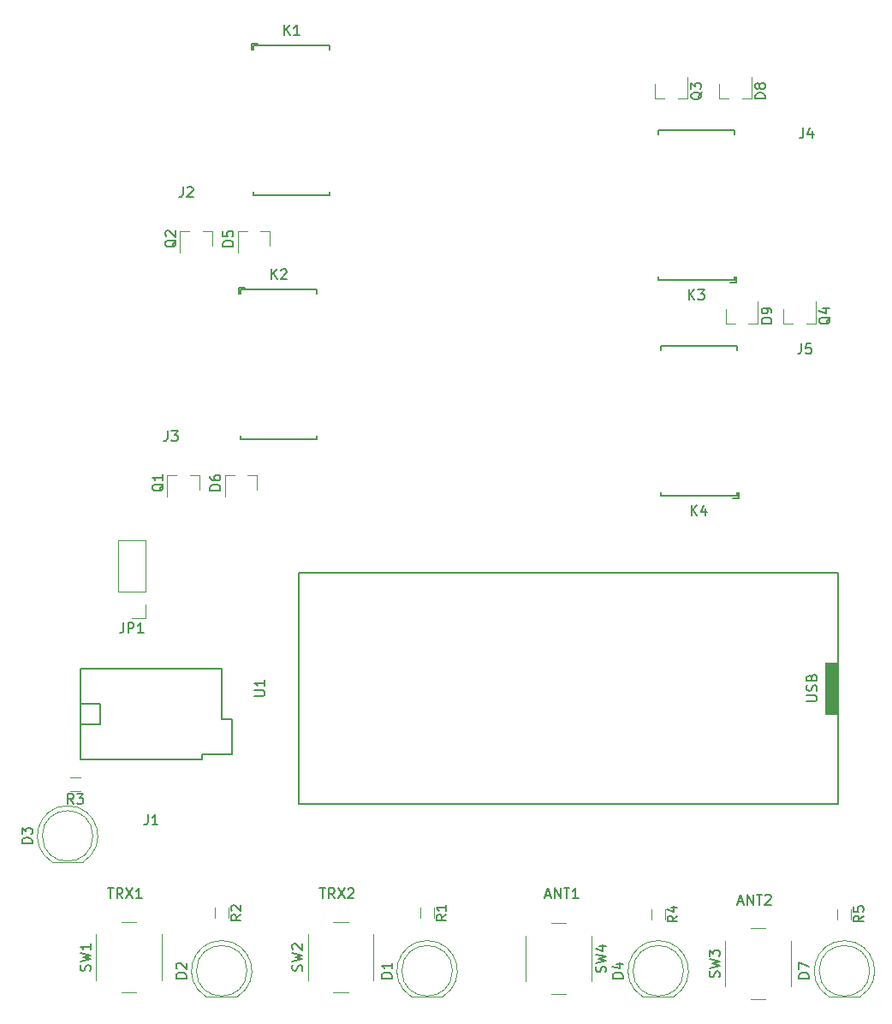
<source format=gbr>
%TF.GenerationSoftware,KiCad,Pcbnew,5.1.6*%
%TF.CreationDate,2020-08-05T12:52:58+02:00*%
%TF.ProjectId,AntSwitcher,416e7453-7769-4746-9368-65722e6b6963,rev?*%
%TF.SameCoordinates,Original*%
%TF.FileFunction,Legend,Top*%
%TF.FilePolarity,Positive*%
%FSLAX46Y46*%
G04 Gerber Fmt 4.6, Leading zero omitted, Abs format (unit mm)*
G04 Created by KiCad (PCBNEW 5.1.6) date 2020-08-05 12:52:58*
%MOMM*%
%LPD*%
G01*
G04 APERTURE LIST*
%ADD10C,0.150000*%
%ADD11C,0.120000*%
%ADD12C,0.100000*%
G04 APERTURE END LIST*
D10*
X138715952Y-148756666D02*
X139192142Y-148756666D01*
X138620714Y-149042380D02*
X138954047Y-148042380D01*
X139287380Y-149042380D01*
X139620714Y-149042380D02*
X139620714Y-148042380D01*
X140192142Y-149042380D01*
X140192142Y-148042380D01*
X140525476Y-148042380D02*
X141096904Y-148042380D01*
X140811190Y-149042380D02*
X140811190Y-148042380D01*
X141382619Y-148137619D02*
X141430238Y-148090000D01*
X141525476Y-148042380D01*
X141763571Y-148042380D01*
X141858809Y-148090000D01*
X141906428Y-148137619D01*
X141954047Y-148232857D01*
X141954047Y-148328095D01*
X141906428Y-148470952D01*
X141335000Y-149042380D01*
X141954047Y-149042380D01*
X119665952Y-148121666D02*
X120142142Y-148121666D01*
X119570714Y-148407380D02*
X119904047Y-147407380D01*
X120237380Y-148407380D01*
X120570714Y-148407380D02*
X120570714Y-147407380D01*
X121142142Y-148407380D01*
X121142142Y-147407380D01*
X121475476Y-147407380D02*
X122046904Y-147407380D01*
X121761190Y-148407380D02*
X121761190Y-147407380D01*
X122904047Y-148407380D02*
X122332619Y-148407380D01*
X122618333Y-148407380D02*
X122618333Y-147407380D01*
X122523095Y-147550238D01*
X122427857Y-147645476D01*
X122332619Y-147693095D01*
X76366904Y-147407380D02*
X76938333Y-147407380D01*
X76652619Y-148407380D02*
X76652619Y-147407380D01*
X77843095Y-148407380D02*
X77509761Y-147931190D01*
X77271666Y-148407380D02*
X77271666Y-147407380D01*
X77652619Y-147407380D01*
X77747857Y-147455000D01*
X77795476Y-147502619D01*
X77843095Y-147597857D01*
X77843095Y-147740714D01*
X77795476Y-147835952D01*
X77747857Y-147883571D01*
X77652619Y-147931190D01*
X77271666Y-147931190D01*
X78176428Y-147407380D02*
X78843095Y-148407380D01*
X78843095Y-147407380D02*
X78176428Y-148407380D01*
X79747857Y-148407380D02*
X79176428Y-148407380D01*
X79462142Y-148407380D02*
X79462142Y-147407380D01*
X79366904Y-147550238D01*
X79271666Y-147645476D01*
X79176428Y-147693095D01*
X97321904Y-147407380D02*
X97893333Y-147407380D01*
X97607619Y-148407380D02*
X97607619Y-147407380D01*
X98798095Y-148407380D02*
X98464761Y-147931190D01*
X98226666Y-148407380D02*
X98226666Y-147407380D01*
X98607619Y-147407380D01*
X98702857Y-147455000D01*
X98750476Y-147502619D01*
X98798095Y-147597857D01*
X98798095Y-147740714D01*
X98750476Y-147835952D01*
X98702857Y-147883571D01*
X98607619Y-147931190D01*
X98226666Y-147931190D01*
X99131428Y-147407380D02*
X99798095Y-148407380D01*
X99798095Y-147407380D02*
X99131428Y-148407380D01*
X100131428Y-147502619D02*
X100179047Y-147455000D01*
X100274285Y-147407380D01*
X100512380Y-147407380D01*
X100607619Y-147455000D01*
X100655238Y-147502619D01*
X100702857Y-147597857D01*
X100702857Y-147693095D01*
X100655238Y-147835952D01*
X100083809Y-148407380D01*
X100702857Y-148407380D01*
%TO.C,J1*%
X85645000Y-134175000D02*
X85645000Y-134675000D01*
X88645000Y-134175000D02*
X85645000Y-134175000D01*
X88645000Y-130675000D02*
X88645000Y-134175000D01*
X87645000Y-130675000D02*
X88645000Y-130675000D01*
X87645000Y-125675000D02*
X87645000Y-130675000D01*
X75645000Y-129175000D02*
X73645000Y-129175000D01*
X75645000Y-131175000D02*
X75645000Y-129175000D01*
X73645000Y-131175000D02*
X75645000Y-131175000D01*
X73645000Y-125675000D02*
X73645000Y-134675000D01*
X87645000Y-125675000D02*
X73645000Y-125675000D01*
X73645000Y-134675000D02*
X85645000Y-134675000D01*
D11*
%TO.C,D1*%
X106405000Y-158135000D02*
X109495000Y-158135000D01*
X110450000Y-155575000D02*
G75*
G03*
X110450000Y-155575000I-2500000J0D01*
G01*
X107950462Y-152585000D02*
G75*
G03*
X106405170Y-158135000I-462J-2990000D01*
G01*
X107949538Y-152585000D02*
G75*
G02*
X109494830Y-158135000I462J-2990000D01*
G01*
%TO.C,D2*%
X90130000Y-155575000D02*
G75*
G03*
X90130000Y-155575000I-2500000J0D01*
G01*
X86085000Y-158135000D02*
X89175000Y-158135000D01*
X87629538Y-152585000D02*
G75*
G02*
X89174830Y-158135000I462J-2990000D01*
G01*
X87630462Y-152585000D02*
G75*
G03*
X86085170Y-158135000I-462J-2990000D01*
G01*
%TO.C,D3*%
X74890000Y-142240000D02*
G75*
G03*
X74890000Y-142240000I-2500000J0D01*
G01*
X70845000Y-144800000D02*
X73935000Y-144800000D01*
X72389538Y-139250000D02*
G75*
G02*
X73934830Y-144800000I462J-2990000D01*
G01*
X72390462Y-139250000D02*
G75*
G03*
X70845170Y-144800000I-462J-2990000D01*
G01*
%TO.C,D4*%
X129265000Y-158135000D02*
X132355000Y-158135000D01*
X133310000Y-155575000D02*
G75*
G03*
X133310000Y-155575000I-2500000J0D01*
G01*
X130810462Y-152585000D02*
G75*
G03*
X129265170Y-158135000I-462J-2990000D01*
G01*
X130809538Y-152585000D02*
G75*
G02*
X132354830Y-158135000I462J-2990000D01*
G01*
%TO.C,D5*%
X92385000Y-82425000D02*
X91455000Y-82425000D01*
X89225000Y-82425000D02*
X90155000Y-82425000D01*
X89225000Y-82425000D02*
X89225000Y-84585000D01*
X92385000Y-82425000D02*
X92385000Y-83885000D01*
%TO.C,D6*%
X91115000Y-106555000D02*
X91115000Y-108015000D01*
X87955000Y-106555000D02*
X87955000Y-108715000D01*
X87955000Y-106555000D02*
X88885000Y-106555000D01*
X91115000Y-106555000D02*
X90185000Y-106555000D01*
%TO.C,D7*%
X151725000Y-155575000D02*
G75*
G03*
X151725000Y-155575000I-2500000J0D01*
G01*
X147680000Y-158135000D02*
X150770000Y-158135000D01*
X149224538Y-152585000D02*
G75*
G02*
X150769830Y-158135000I462J-2990000D01*
G01*
X149225462Y-152585000D02*
G75*
G03*
X147680170Y-158135000I-462J-2990000D01*
G01*
%TO.C,D8*%
X136850000Y-69340000D02*
X136850000Y-67880000D01*
X140010000Y-69340000D02*
X140010000Y-67180000D01*
X140010000Y-69340000D02*
X139080000Y-69340000D01*
X136850000Y-69340000D02*
X137780000Y-69340000D01*
%TO.C,D9*%
X137485000Y-91565000D02*
X138415000Y-91565000D01*
X140645000Y-91565000D02*
X139715000Y-91565000D01*
X140645000Y-91565000D02*
X140645000Y-89405000D01*
X137485000Y-91565000D02*
X137485000Y-90105000D01*
%TO.C,JP1*%
X80070000Y-112970000D02*
X77410000Y-112970000D01*
X80070000Y-118110000D02*
X80070000Y-112970000D01*
X77410000Y-118110000D02*
X77410000Y-112970000D01*
X80070000Y-118110000D02*
X77410000Y-118110000D01*
X80070000Y-119380000D02*
X80070000Y-120710000D01*
X80070000Y-120710000D02*
X78740000Y-120710000D01*
D10*
%TO.C,K1*%
X91088000Y-63901000D02*
X91188000Y-63901000D01*
X98288000Y-78601000D02*
X98288000Y-78501000D01*
X90788000Y-78901000D02*
X90788000Y-78501000D01*
X98288000Y-78901000D02*
X90788000Y-78901000D01*
X98288000Y-78601000D02*
X98288000Y-78901000D01*
X90588000Y-63901000D02*
X91088000Y-63901000D01*
X90588000Y-64501000D02*
X90588000Y-63901000D01*
X90788000Y-64101000D02*
X90788000Y-64501000D01*
X98288000Y-64101000D02*
X90788000Y-64101000D01*
X98288000Y-64501000D02*
X98288000Y-64101000D01*
%TO.C,K2*%
X89818000Y-88031000D02*
X89918000Y-88031000D01*
X97018000Y-102731000D02*
X97018000Y-102631000D01*
X89518000Y-103031000D02*
X89518000Y-102631000D01*
X97018000Y-103031000D02*
X89518000Y-103031000D01*
X97018000Y-102731000D02*
X97018000Y-103031000D01*
X89318000Y-88031000D02*
X89818000Y-88031000D01*
X89318000Y-88631000D02*
X89318000Y-88031000D01*
X89518000Y-88231000D02*
X89518000Y-88631000D01*
X97018000Y-88231000D02*
X89518000Y-88231000D01*
X97018000Y-88631000D02*
X97018000Y-88231000D01*
%TO.C,K3*%
X130820000Y-86883000D02*
X130820000Y-87283000D01*
X130820000Y-87283000D02*
X138320000Y-87283000D01*
X138320000Y-87283000D02*
X138320000Y-86883000D01*
X138520000Y-86883000D02*
X138520000Y-87483000D01*
X138520000Y-87483000D02*
X138020000Y-87483000D01*
X130820000Y-72783000D02*
X130820000Y-72483000D01*
X130820000Y-72483000D02*
X138320000Y-72483000D01*
X138320000Y-72483000D02*
X138320000Y-72883000D01*
X130820000Y-72783000D02*
X130820000Y-72883000D01*
X138020000Y-87483000D02*
X137920000Y-87483000D01*
%TO.C,K4*%
X131074000Y-108219000D02*
X131074000Y-108619000D01*
X131074000Y-108619000D02*
X138574000Y-108619000D01*
X138574000Y-108619000D02*
X138574000Y-108219000D01*
X138774000Y-108219000D02*
X138774000Y-108819000D01*
X138774000Y-108819000D02*
X138274000Y-108819000D01*
X131074000Y-94119000D02*
X131074000Y-93819000D01*
X131074000Y-93819000D02*
X138574000Y-93819000D01*
X138574000Y-93819000D02*
X138574000Y-94219000D01*
X131074000Y-94119000D02*
X131074000Y-94219000D01*
X138274000Y-108819000D02*
X138174000Y-108819000D01*
D11*
%TO.C,Q1*%
X85400000Y-106555000D02*
X85400000Y-108015000D01*
X82240000Y-106555000D02*
X82240000Y-108715000D01*
X82240000Y-106555000D02*
X83170000Y-106555000D01*
X85400000Y-106555000D02*
X84470000Y-106555000D01*
%TO.C,Q2*%
X86670000Y-82425000D02*
X85740000Y-82425000D01*
X83510000Y-82425000D02*
X84440000Y-82425000D01*
X83510000Y-82425000D02*
X83510000Y-84585000D01*
X86670000Y-82425000D02*
X86670000Y-83885000D01*
%TO.C,Q3*%
X130500000Y-69340000D02*
X130500000Y-67880000D01*
X133660000Y-69340000D02*
X133660000Y-67180000D01*
X133660000Y-69340000D02*
X132730000Y-69340000D01*
X130500000Y-69340000D02*
X131430000Y-69340000D01*
%TO.C,Q4*%
X143200000Y-91565000D02*
X144130000Y-91565000D01*
X146360000Y-91565000D02*
X145430000Y-91565000D01*
X146360000Y-91565000D02*
X146360000Y-89405000D01*
X143200000Y-91565000D02*
X143200000Y-90105000D01*
%TO.C,R1*%
X107270000Y-150360000D02*
X107270000Y-149360000D01*
X108630000Y-149360000D02*
X108630000Y-150360000D01*
%TO.C,R2*%
X88310000Y-149360000D02*
X88310000Y-150360000D01*
X86950000Y-150360000D02*
X86950000Y-149360000D01*
%TO.C,R3*%
X73640000Y-137840000D02*
X72640000Y-137840000D01*
X72640000Y-136480000D02*
X73640000Y-136480000D01*
%TO.C,R4*%
X130130000Y-150475000D02*
X130130000Y-149475000D01*
X131490000Y-149475000D02*
X131490000Y-150475000D01*
%TO.C,R5*%
X148545000Y-150475000D02*
X148545000Y-149475000D01*
X149905000Y-149475000D02*
X149905000Y-150475000D01*
%TO.C,SW1*%
X81700000Y-156480000D02*
X81700000Y-151980000D01*
X77700000Y-157730000D02*
X79200000Y-157730000D01*
X75200000Y-151980000D02*
X75200000Y-156480000D01*
X79200000Y-150730000D02*
X77700000Y-150730000D01*
%TO.C,SW2*%
X100155000Y-150730000D02*
X98655000Y-150730000D01*
X96155000Y-151980000D02*
X96155000Y-156480000D01*
X98655000Y-157730000D02*
X100155000Y-157730000D01*
X102655000Y-156480000D02*
X102655000Y-151980000D01*
%TO.C,SW3*%
X141430000Y-151365000D02*
X139930000Y-151365000D01*
X137430000Y-152615000D02*
X137430000Y-157115000D01*
X139930000Y-158365000D02*
X141430000Y-158365000D01*
X143930000Y-157115000D02*
X143930000Y-152615000D01*
%TO.C,SW4*%
X117690000Y-152130000D02*
X117690000Y-156630000D01*
X121690000Y-150880000D02*
X120190000Y-150880000D01*
X124190000Y-156630000D02*
X124190000Y-152130000D01*
X120190000Y-157880000D02*
X121690000Y-157880000D01*
D10*
%TO.C,U1*%
X95250000Y-139065000D02*
X95250000Y-116205000D01*
X95250000Y-116205000D02*
X148590000Y-116205000D01*
X148590000Y-116205000D02*
X148590000Y-139065000D01*
X148590000Y-139065000D02*
X95250000Y-139065000D01*
D12*
G36*
X148590000Y-125095000D02*
G01*
X148590000Y-130175000D01*
X147320000Y-130175000D01*
X147320000Y-125095000D01*
X148590000Y-125095000D01*
G37*
X148590000Y-125095000D02*
X148590000Y-130175000D01*
X147320000Y-130175000D01*
X147320000Y-125095000D01*
X148590000Y-125095000D01*
%TO.C,J1*%
D10*
X80311666Y-140127380D02*
X80311666Y-140841666D01*
X80264047Y-140984523D01*
X80168809Y-141079761D01*
X80025952Y-141127380D01*
X79930714Y-141127380D01*
X81311666Y-141127380D02*
X80740238Y-141127380D01*
X81025952Y-141127380D02*
X81025952Y-140127380D01*
X80930714Y-140270238D01*
X80835476Y-140365476D01*
X80740238Y-140413095D01*
%TO.C,D1*%
X104442380Y-156313095D02*
X103442380Y-156313095D01*
X103442380Y-156075000D01*
X103490000Y-155932142D01*
X103585238Y-155836904D01*
X103680476Y-155789285D01*
X103870952Y-155741666D01*
X104013809Y-155741666D01*
X104204285Y-155789285D01*
X104299523Y-155836904D01*
X104394761Y-155932142D01*
X104442380Y-156075000D01*
X104442380Y-156313095D01*
X104442380Y-154789285D02*
X104442380Y-155360714D01*
X104442380Y-155075000D02*
X103442380Y-155075000D01*
X103585238Y-155170238D01*
X103680476Y-155265476D01*
X103728095Y-155360714D01*
%TO.C,D2*%
X84122380Y-156313095D02*
X83122380Y-156313095D01*
X83122380Y-156075000D01*
X83170000Y-155932142D01*
X83265238Y-155836904D01*
X83360476Y-155789285D01*
X83550952Y-155741666D01*
X83693809Y-155741666D01*
X83884285Y-155789285D01*
X83979523Y-155836904D01*
X84074761Y-155932142D01*
X84122380Y-156075000D01*
X84122380Y-156313095D01*
X83217619Y-155360714D02*
X83170000Y-155313095D01*
X83122380Y-155217857D01*
X83122380Y-154979761D01*
X83170000Y-154884523D01*
X83217619Y-154836904D01*
X83312857Y-154789285D01*
X83408095Y-154789285D01*
X83550952Y-154836904D01*
X84122380Y-155408333D01*
X84122380Y-154789285D01*
%TO.C,D3*%
X68882380Y-142978095D02*
X67882380Y-142978095D01*
X67882380Y-142740000D01*
X67930000Y-142597142D01*
X68025238Y-142501904D01*
X68120476Y-142454285D01*
X68310952Y-142406666D01*
X68453809Y-142406666D01*
X68644285Y-142454285D01*
X68739523Y-142501904D01*
X68834761Y-142597142D01*
X68882380Y-142740000D01*
X68882380Y-142978095D01*
X67882380Y-142073333D02*
X67882380Y-141454285D01*
X68263333Y-141787619D01*
X68263333Y-141644761D01*
X68310952Y-141549523D01*
X68358571Y-141501904D01*
X68453809Y-141454285D01*
X68691904Y-141454285D01*
X68787142Y-141501904D01*
X68834761Y-141549523D01*
X68882380Y-141644761D01*
X68882380Y-141930476D01*
X68834761Y-142025714D01*
X68787142Y-142073333D01*
%TO.C,D4*%
X127302380Y-156313095D02*
X126302380Y-156313095D01*
X126302380Y-156075000D01*
X126350000Y-155932142D01*
X126445238Y-155836904D01*
X126540476Y-155789285D01*
X126730952Y-155741666D01*
X126873809Y-155741666D01*
X127064285Y-155789285D01*
X127159523Y-155836904D01*
X127254761Y-155932142D01*
X127302380Y-156075000D01*
X127302380Y-156313095D01*
X126635714Y-154884523D02*
X127302380Y-154884523D01*
X126254761Y-155122619D02*
X126969047Y-155360714D01*
X126969047Y-154741666D01*
%TO.C,D5*%
X88757380Y-83923095D02*
X87757380Y-83923095D01*
X87757380Y-83685000D01*
X87805000Y-83542142D01*
X87900238Y-83446904D01*
X87995476Y-83399285D01*
X88185952Y-83351666D01*
X88328809Y-83351666D01*
X88519285Y-83399285D01*
X88614523Y-83446904D01*
X88709761Y-83542142D01*
X88757380Y-83685000D01*
X88757380Y-83923095D01*
X87757380Y-82446904D02*
X87757380Y-82923095D01*
X88233571Y-82970714D01*
X88185952Y-82923095D01*
X88138333Y-82827857D01*
X88138333Y-82589761D01*
X88185952Y-82494523D01*
X88233571Y-82446904D01*
X88328809Y-82399285D01*
X88566904Y-82399285D01*
X88662142Y-82446904D01*
X88709761Y-82494523D01*
X88757380Y-82589761D01*
X88757380Y-82827857D01*
X88709761Y-82923095D01*
X88662142Y-82970714D01*
%TO.C,D6*%
X87487380Y-108053095D02*
X86487380Y-108053095D01*
X86487380Y-107815000D01*
X86535000Y-107672142D01*
X86630238Y-107576904D01*
X86725476Y-107529285D01*
X86915952Y-107481666D01*
X87058809Y-107481666D01*
X87249285Y-107529285D01*
X87344523Y-107576904D01*
X87439761Y-107672142D01*
X87487380Y-107815000D01*
X87487380Y-108053095D01*
X86487380Y-106624523D02*
X86487380Y-106815000D01*
X86535000Y-106910238D01*
X86582619Y-106957857D01*
X86725476Y-107053095D01*
X86915952Y-107100714D01*
X87296904Y-107100714D01*
X87392142Y-107053095D01*
X87439761Y-107005476D01*
X87487380Y-106910238D01*
X87487380Y-106719761D01*
X87439761Y-106624523D01*
X87392142Y-106576904D01*
X87296904Y-106529285D01*
X87058809Y-106529285D01*
X86963571Y-106576904D01*
X86915952Y-106624523D01*
X86868333Y-106719761D01*
X86868333Y-106910238D01*
X86915952Y-107005476D01*
X86963571Y-107053095D01*
X87058809Y-107100714D01*
%TO.C,D7*%
X145717380Y-156313095D02*
X144717380Y-156313095D01*
X144717380Y-156075000D01*
X144765000Y-155932142D01*
X144860238Y-155836904D01*
X144955476Y-155789285D01*
X145145952Y-155741666D01*
X145288809Y-155741666D01*
X145479285Y-155789285D01*
X145574523Y-155836904D01*
X145669761Y-155932142D01*
X145717380Y-156075000D01*
X145717380Y-156313095D01*
X144717380Y-155408333D02*
X144717380Y-154741666D01*
X145717380Y-155170238D01*
%TO.C,D8*%
X141382380Y-69318095D02*
X140382380Y-69318095D01*
X140382380Y-69080000D01*
X140430000Y-68937142D01*
X140525238Y-68841904D01*
X140620476Y-68794285D01*
X140810952Y-68746666D01*
X140953809Y-68746666D01*
X141144285Y-68794285D01*
X141239523Y-68841904D01*
X141334761Y-68937142D01*
X141382380Y-69080000D01*
X141382380Y-69318095D01*
X140810952Y-68175238D02*
X140763333Y-68270476D01*
X140715714Y-68318095D01*
X140620476Y-68365714D01*
X140572857Y-68365714D01*
X140477619Y-68318095D01*
X140430000Y-68270476D01*
X140382380Y-68175238D01*
X140382380Y-67984761D01*
X140430000Y-67889523D01*
X140477619Y-67841904D01*
X140572857Y-67794285D01*
X140620476Y-67794285D01*
X140715714Y-67841904D01*
X140763333Y-67889523D01*
X140810952Y-67984761D01*
X140810952Y-68175238D01*
X140858571Y-68270476D01*
X140906190Y-68318095D01*
X141001428Y-68365714D01*
X141191904Y-68365714D01*
X141287142Y-68318095D01*
X141334761Y-68270476D01*
X141382380Y-68175238D01*
X141382380Y-67984761D01*
X141334761Y-67889523D01*
X141287142Y-67841904D01*
X141191904Y-67794285D01*
X141001428Y-67794285D01*
X140906190Y-67841904D01*
X140858571Y-67889523D01*
X140810952Y-67984761D01*
%TO.C,D9*%
X142017380Y-91543095D02*
X141017380Y-91543095D01*
X141017380Y-91305000D01*
X141065000Y-91162142D01*
X141160238Y-91066904D01*
X141255476Y-91019285D01*
X141445952Y-90971666D01*
X141588809Y-90971666D01*
X141779285Y-91019285D01*
X141874523Y-91066904D01*
X141969761Y-91162142D01*
X142017380Y-91305000D01*
X142017380Y-91543095D01*
X142017380Y-90495476D02*
X142017380Y-90305000D01*
X141969761Y-90209761D01*
X141922142Y-90162142D01*
X141779285Y-90066904D01*
X141588809Y-90019285D01*
X141207857Y-90019285D01*
X141112619Y-90066904D01*
X141065000Y-90114523D01*
X141017380Y-90209761D01*
X141017380Y-90400238D01*
X141065000Y-90495476D01*
X141112619Y-90543095D01*
X141207857Y-90590714D01*
X141445952Y-90590714D01*
X141541190Y-90543095D01*
X141588809Y-90495476D01*
X141636428Y-90400238D01*
X141636428Y-90209761D01*
X141588809Y-90114523D01*
X141541190Y-90066904D01*
X141445952Y-90019285D01*
%TO.C,J2*%
X83798666Y-78063380D02*
X83798666Y-78777666D01*
X83751047Y-78920523D01*
X83655809Y-79015761D01*
X83512952Y-79063380D01*
X83417714Y-79063380D01*
X84227238Y-78158619D02*
X84274857Y-78111000D01*
X84370095Y-78063380D01*
X84608190Y-78063380D01*
X84703428Y-78111000D01*
X84751047Y-78158619D01*
X84798666Y-78253857D01*
X84798666Y-78349095D01*
X84751047Y-78491952D01*
X84179619Y-79063380D01*
X84798666Y-79063380D01*
%TO.C,J3*%
X82274666Y-102193380D02*
X82274666Y-102907666D01*
X82227047Y-103050523D01*
X82131809Y-103145761D01*
X81988952Y-103193380D01*
X81893714Y-103193380D01*
X82655619Y-102193380D02*
X83274666Y-102193380D01*
X82941333Y-102574333D01*
X83084190Y-102574333D01*
X83179428Y-102621952D01*
X83227047Y-102669571D01*
X83274666Y-102764809D01*
X83274666Y-103002904D01*
X83227047Y-103098142D01*
X83179428Y-103145761D01*
X83084190Y-103193380D01*
X82798476Y-103193380D01*
X82703238Y-103145761D01*
X82655619Y-103098142D01*
%TO.C,J4*%
X145150666Y-72225380D02*
X145150666Y-72939666D01*
X145103047Y-73082523D01*
X145007809Y-73177761D01*
X144864952Y-73225380D01*
X144769714Y-73225380D01*
X146055428Y-72558714D02*
X146055428Y-73225380D01*
X145817333Y-72177761D02*
X145579238Y-72892047D01*
X146198285Y-72892047D01*
%TO.C,J5*%
X144954666Y-93561380D02*
X144954666Y-94275666D01*
X144907047Y-94418523D01*
X144811809Y-94513761D01*
X144668952Y-94561380D01*
X144573714Y-94561380D01*
X145907047Y-93561380D02*
X145430857Y-93561380D01*
X145383238Y-94037571D01*
X145430857Y-93989952D01*
X145526095Y-93942333D01*
X145764190Y-93942333D01*
X145859428Y-93989952D01*
X145907047Y-94037571D01*
X145954666Y-94132809D01*
X145954666Y-94370904D01*
X145907047Y-94466142D01*
X145859428Y-94513761D01*
X145764190Y-94561380D01*
X145526095Y-94561380D01*
X145430857Y-94513761D01*
X145383238Y-94466142D01*
%TO.C,JP1*%
X77906666Y-121162380D02*
X77906666Y-121876666D01*
X77859047Y-122019523D01*
X77763809Y-122114761D01*
X77620952Y-122162380D01*
X77525714Y-122162380D01*
X78382857Y-122162380D02*
X78382857Y-121162380D01*
X78763809Y-121162380D01*
X78859047Y-121210000D01*
X78906666Y-121257619D01*
X78954285Y-121352857D01*
X78954285Y-121495714D01*
X78906666Y-121590952D01*
X78859047Y-121638571D01*
X78763809Y-121686190D01*
X78382857Y-121686190D01*
X79906666Y-122162380D02*
X79335238Y-122162380D01*
X79620952Y-122162380D02*
X79620952Y-121162380D01*
X79525714Y-121305238D01*
X79430476Y-121400476D01*
X79335238Y-121448095D01*
%TO.C,K1*%
X93809904Y-63063380D02*
X93809904Y-62063380D01*
X94381333Y-63063380D02*
X93952761Y-62491952D01*
X94381333Y-62063380D02*
X93809904Y-62634809D01*
X95333714Y-63063380D02*
X94762285Y-63063380D01*
X95048000Y-63063380D02*
X95048000Y-62063380D01*
X94952761Y-62206238D01*
X94857523Y-62301476D01*
X94762285Y-62349095D01*
%TO.C,K2*%
X92539904Y-87193380D02*
X92539904Y-86193380D01*
X93111333Y-87193380D02*
X92682761Y-86621952D01*
X93111333Y-86193380D02*
X92539904Y-86764809D01*
X93492285Y-86288619D02*
X93539904Y-86241000D01*
X93635142Y-86193380D01*
X93873238Y-86193380D01*
X93968476Y-86241000D01*
X94016095Y-86288619D01*
X94063714Y-86383857D01*
X94063714Y-86479095D01*
X94016095Y-86621952D01*
X93444666Y-87193380D01*
X94063714Y-87193380D01*
%TO.C,K3*%
X133821904Y-89225380D02*
X133821904Y-88225380D01*
X134393333Y-89225380D02*
X133964761Y-88653952D01*
X134393333Y-88225380D02*
X133821904Y-88796809D01*
X134726666Y-88225380D02*
X135345714Y-88225380D01*
X135012380Y-88606333D01*
X135155238Y-88606333D01*
X135250476Y-88653952D01*
X135298095Y-88701571D01*
X135345714Y-88796809D01*
X135345714Y-89034904D01*
X135298095Y-89130142D01*
X135250476Y-89177761D01*
X135155238Y-89225380D01*
X134869523Y-89225380D01*
X134774285Y-89177761D01*
X134726666Y-89130142D01*
%TO.C,K4*%
X134075904Y-110561380D02*
X134075904Y-109561380D01*
X134647333Y-110561380D02*
X134218761Y-109989952D01*
X134647333Y-109561380D02*
X134075904Y-110132809D01*
X135504476Y-109894714D02*
X135504476Y-110561380D01*
X135266380Y-109513761D02*
X135028285Y-110228047D01*
X135647333Y-110228047D01*
%TO.C,Q1*%
X81867619Y-107410238D02*
X81820000Y-107505476D01*
X81724761Y-107600714D01*
X81581904Y-107743571D01*
X81534285Y-107838809D01*
X81534285Y-107934047D01*
X81772380Y-107886428D02*
X81724761Y-107981666D01*
X81629523Y-108076904D01*
X81439047Y-108124523D01*
X81105714Y-108124523D01*
X80915238Y-108076904D01*
X80820000Y-107981666D01*
X80772380Y-107886428D01*
X80772380Y-107695952D01*
X80820000Y-107600714D01*
X80915238Y-107505476D01*
X81105714Y-107457857D01*
X81439047Y-107457857D01*
X81629523Y-107505476D01*
X81724761Y-107600714D01*
X81772380Y-107695952D01*
X81772380Y-107886428D01*
X81772380Y-106505476D02*
X81772380Y-107076904D01*
X81772380Y-106791190D02*
X80772380Y-106791190D01*
X80915238Y-106886428D01*
X81010476Y-106981666D01*
X81058095Y-107076904D01*
%TO.C,Q2*%
X83137619Y-83280238D02*
X83090000Y-83375476D01*
X82994761Y-83470714D01*
X82851904Y-83613571D01*
X82804285Y-83708809D01*
X82804285Y-83804047D01*
X83042380Y-83756428D02*
X82994761Y-83851666D01*
X82899523Y-83946904D01*
X82709047Y-83994523D01*
X82375714Y-83994523D01*
X82185238Y-83946904D01*
X82090000Y-83851666D01*
X82042380Y-83756428D01*
X82042380Y-83565952D01*
X82090000Y-83470714D01*
X82185238Y-83375476D01*
X82375714Y-83327857D01*
X82709047Y-83327857D01*
X82899523Y-83375476D01*
X82994761Y-83470714D01*
X83042380Y-83565952D01*
X83042380Y-83756428D01*
X82137619Y-82946904D02*
X82090000Y-82899285D01*
X82042380Y-82804047D01*
X82042380Y-82565952D01*
X82090000Y-82470714D01*
X82137619Y-82423095D01*
X82232857Y-82375476D01*
X82328095Y-82375476D01*
X82470952Y-82423095D01*
X83042380Y-82994523D01*
X83042380Y-82375476D01*
%TO.C,Q3*%
X135127619Y-68675238D02*
X135080000Y-68770476D01*
X134984761Y-68865714D01*
X134841904Y-69008571D01*
X134794285Y-69103809D01*
X134794285Y-69199047D01*
X135032380Y-69151428D02*
X134984761Y-69246666D01*
X134889523Y-69341904D01*
X134699047Y-69389523D01*
X134365714Y-69389523D01*
X134175238Y-69341904D01*
X134080000Y-69246666D01*
X134032380Y-69151428D01*
X134032380Y-68960952D01*
X134080000Y-68865714D01*
X134175238Y-68770476D01*
X134365714Y-68722857D01*
X134699047Y-68722857D01*
X134889523Y-68770476D01*
X134984761Y-68865714D01*
X135032380Y-68960952D01*
X135032380Y-69151428D01*
X134032380Y-68389523D02*
X134032380Y-67770476D01*
X134413333Y-68103809D01*
X134413333Y-67960952D01*
X134460952Y-67865714D01*
X134508571Y-67818095D01*
X134603809Y-67770476D01*
X134841904Y-67770476D01*
X134937142Y-67818095D01*
X134984761Y-67865714D01*
X135032380Y-67960952D01*
X135032380Y-68246666D01*
X134984761Y-68341904D01*
X134937142Y-68389523D01*
%TO.C,Q4*%
X147827619Y-90900238D02*
X147780000Y-90995476D01*
X147684761Y-91090714D01*
X147541904Y-91233571D01*
X147494285Y-91328809D01*
X147494285Y-91424047D01*
X147732380Y-91376428D02*
X147684761Y-91471666D01*
X147589523Y-91566904D01*
X147399047Y-91614523D01*
X147065714Y-91614523D01*
X146875238Y-91566904D01*
X146780000Y-91471666D01*
X146732380Y-91376428D01*
X146732380Y-91185952D01*
X146780000Y-91090714D01*
X146875238Y-90995476D01*
X147065714Y-90947857D01*
X147399047Y-90947857D01*
X147589523Y-90995476D01*
X147684761Y-91090714D01*
X147732380Y-91185952D01*
X147732380Y-91376428D01*
X147065714Y-90090714D02*
X147732380Y-90090714D01*
X146684761Y-90328809D02*
X147399047Y-90566904D01*
X147399047Y-89947857D01*
%TO.C,R1*%
X109852380Y-150026666D02*
X109376190Y-150360000D01*
X109852380Y-150598095D02*
X108852380Y-150598095D01*
X108852380Y-150217142D01*
X108900000Y-150121904D01*
X108947619Y-150074285D01*
X109042857Y-150026666D01*
X109185714Y-150026666D01*
X109280952Y-150074285D01*
X109328571Y-150121904D01*
X109376190Y-150217142D01*
X109376190Y-150598095D01*
X109852380Y-149074285D02*
X109852380Y-149645714D01*
X109852380Y-149360000D02*
X108852380Y-149360000D01*
X108995238Y-149455238D01*
X109090476Y-149550476D01*
X109138095Y-149645714D01*
%TO.C,R2*%
X89532380Y-150026666D02*
X89056190Y-150360000D01*
X89532380Y-150598095D02*
X88532380Y-150598095D01*
X88532380Y-150217142D01*
X88580000Y-150121904D01*
X88627619Y-150074285D01*
X88722857Y-150026666D01*
X88865714Y-150026666D01*
X88960952Y-150074285D01*
X89008571Y-150121904D01*
X89056190Y-150217142D01*
X89056190Y-150598095D01*
X88627619Y-149645714D02*
X88580000Y-149598095D01*
X88532380Y-149502857D01*
X88532380Y-149264761D01*
X88580000Y-149169523D01*
X88627619Y-149121904D01*
X88722857Y-149074285D01*
X88818095Y-149074285D01*
X88960952Y-149121904D01*
X89532380Y-149693333D01*
X89532380Y-149074285D01*
%TO.C,R3*%
X72973333Y-139062380D02*
X72640000Y-138586190D01*
X72401904Y-139062380D02*
X72401904Y-138062380D01*
X72782857Y-138062380D01*
X72878095Y-138110000D01*
X72925714Y-138157619D01*
X72973333Y-138252857D01*
X72973333Y-138395714D01*
X72925714Y-138490952D01*
X72878095Y-138538571D01*
X72782857Y-138586190D01*
X72401904Y-138586190D01*
X73306666Y-138062380D02*
X73925714Y-138062380D01*
X73592380Y-138443333D01*
X73735238Y-138443333D01*
X73830476Y-138490952D01*
X73878095Y-138538571D01*
X73925714Y-138633809D01*
X73925714Y-138871904D01*
X73878095Y-138967142D01*
X73830476Y-139014761D01*
X73735238Y-139062380D01*
X73449523Y-139062380D01*
X73354285Y-139014761D01*
X73306666Y-138967142D01*
%TO.C,R4*%
X132712380Y-150141666D02*
X132236190Y-150475000D01*
X132712380Y-150713095D02*
X131712380Y-150713095D01*
X131712380Y-150332142D01*
X131760000Y-150236904D01*
X131807619Y-150189285D01*
X131902857Y-150141666D01*
X132045714Y-150141666D01*
X132140952Y-150189285D01*
X132188571Y-150236904D01*
X132236190Y-150332142D01*
X132236190Y-150713095D01*
X132045714Y-149284523D02*
X132712380Y-149284523D01*
X131664761Y-149522619D02*
X132379047Y-149760714D01*
X132379047Y-149141666D01*
%TO.C,R5*%
X151127380Y-150141666D02*
X150651190Y-150475000D01*
X151127380Y-150713095D02*
X150127380Y-150713095D01*
X150127380Y-150332142D01*
X150175000Y-150236904D01*
X150222619Y-150189285D01*
X150317857Y-150141666D01*
X150460714Y-150141666D01*
X150555952Y-150189285D01*
X150603571Y-150236904D01*
X150651190Y-150332142D01*
X150651190Y-150713095D01*
X150127380Y-149236904D02*
X150127380Y-149713095D01*
X150603571Y-149760714D01*
X150555952Y-149713095D01*
X150508333Y-149617857D01*
X150508333Y-149379761D01*
X150555952Y-149284523D01*
X150603571Y-149236904D01*
X150698809Y-149189285D01*
X150936904Y-149189285D01*
X151032142Y-149236904D01*
X151079761Y-149284523D01*
X151127380Y-149379761D01*
X151127380Y-149617857D01*
X151079761Y-149713095D01*
X151032142Y-149760714D01*
%TO.C,SW1*%
X74604761Y-155563333D02*
X74652380Y-155420476D01*
X74652380Y-155182380D01*
X74604761Y-155087142D01*
X74557142Y-155039523D01*
X74461904Y-154991904D01*
X74366666Y-154991904D01*
X74271428Y-155039523D01*
X74223809Y-155087142D01*
X74176190Y-155182380D01*
X74128571Y-155372857D01*
X74080952Y-155468095D01*
X74033333Y-155515714D01*
X73938095Y-155563333D01*
X73842857Y-155563333D01*
X73747619Y-155515714D01*
X73700000Y-155468095D01*
X73652380Y-155372857D01*
X73652380Y-155134761D01*
X73700000Y-154991904D01*
X73652380Y-154658571D02*
X74652380Y-154420476D01*
X73938095Y-154230000D01*
X74652380Y-154039523D01*
X73652380Y-153801428D01*
X74652380Y-152896666D02*
X74652380Y-153468095D01*
X74652380Y-153182380D02*
X73652380Y-153182380D01*
X73795238Y-153277619D01*
X73890476Y-153372857D01*
X73938095Y-153468095D01*
%TO.C,SW2*%
X95559761Y-155563333D02*
X95607380Y-155420476D01*
X95607380Y-155182380D01*
X95559761Y-155087142D01*
X95512142Y-155039523D01*
X95416904Y-154991904D01*
X95321666Y-154991904D01*
X95226428Y-155039523D01*
X95178809Y-155087142D01*
X95131190Y-155182380D01*
X95083571Y-155372857D01*
X95035952Y-155468095D01*
X94988333Y-155515714D01*
X94893095Y-155563333D01*
X94797857Y-155563333D01*
X94702619Y-155515714D01*
X94655000Y-155468095D01*
X94607380Y-155372857D01*
X94607380Y-155134761D01*
X94655000Y-154991904D01*
X94607380Y-154658571D02*
X95607380Y-154420476D01*
X94893095Y-154230000D01*
X95607380Y-154039523D01*
X94607380Y-153801428D01*
X94702619Y-153468095D02*
X94655000Y-153420476D01*
X94607380Y-153325238D01*
X94607380Y-153087142D01*
X94655000Y-152991904D01*
X94702619Y-152944285D01*
X94797857Y-152896666D01*
X94893095Y-152896666D01*
X95035952Y-152944285D01*
X95607380Y-153515714D01*
X95607380Y-152896666D01*
%TO.C,SW3*%
X136834761Y-156198333D02*
X136882380Y-156055476D01*
X136882380Y-155817380D01*
X136834761Y-155722142D01*
X136787142Y-155674523D01*
X136691904Y-155626904D01*
X136596666Y-155626904D01*
X136501428Y-155674523D01*
X136453809Y-155722142D01*
X136406190Y-155817380D01*
X136358571Y-156007857D01*
X136310952Y-156103095D01*
X136263333Y-156150714D01*
X136168095Y-156198333D01*
X136072857Y-156198333D01*
X135977619Y-156150714D01*
X135930000Y-156103095D01*
X135882380Y-156007857D01*
X135882380Y-155769761D01*
X135930000Y-155626904D01*
X135882380Y-155293571D02*
X136882380Y-155055476D01*
X136168095Y-154865000D01*
X136882380Y-154674523D01*
X135882380Y-154436428D01*
X135882380Y-154150714D02*
X135882380Y-153531666D01*
X136263333Y-153865000D01*
X136263333Y-153722142D01*
X136310952Y-153626904D01*
X136358571Y-153579285D01*
X136453809Y-153531666D01*
X136691904Y-153531666D01*
X136787142Y-153579285D01*
X136834761Y-153626904D01*
X136882380Y-153722142D01*
X136882380Y-154007857D01*
X136834761Y-154103095D01*
X136787142Y-154150714D01*
%TO.C,SW4*%
X125594761Y-155713333D02*
X125642380Y-155570476D01*
X125642380Y-155332380D01*
X125594761Y-155237142D01*
X125547142Y-155189523D01*
X125451904Y-155141904D01*
X125356666Y-155141904D01*
X125261428Y-155189523D01*
X125213809Y-155237142D01*
X125166190Y-155332380D01*
X125118571Y-155522857D01*
X125070952Y-155618095D01*
X125023333Y-155665714D01*
X124928095Y-155713333D01*
X124832857Y-155713333D01*
X124737619Y-155665714D01*
X124690000Y-155618095D01*
X124642380Y-155522857D01*
X124642380Y-155284761D01*
X124690000Y-155141904D01*
X124642380Y-154808571D02*
X125642380Y-154570476D01*
X124928095Y-154380000D01*
X125642380Y-154189523D01*
X124642380Y-153951428D01*
X124975714Y-153141904D02*
X125642380Y-153141904D01*
X124594761Y-153380000D02*
X125309047Y-153618095D01*
X125309047Y-152999047D01*
%TO.C,U1*%
X90892380Y-128396904D02*
X91701904Y-128396904D01*
X91797142Y-128349285D01*
X91844761Y-128301666D01*
X91892380Y-128206428D01*
X91892380Y-128015952D01*
X91844761Y-127920714D01*
X91797142Y-127873095D01*
X91701904Y-127825476D01*
X90892380Y-127825476D01*
X91892380Y-126825476D02*
X91892380Y-127396904D01*
X91892380Y-127111190D02*
X90892380Y-127111190D01*
X91035238Y-127206428D01*
X91130476Y-127301666D01*
X91178095Y-127396904D01*
X145502380Y-128896904D02*
X146311904Y-128896904D01*
X146407142Y-128849285D01*
X146454761Y-128801666D01*
X146502380Y-128706428D01*
X146502380Y-128515952D01*
X146454761Y-128420714D01*
X146407142Y-128373095D01*
X146311904Y-128325476D01*
X145502380Y-128325476D01*
X146454761Y-127896904D02*
X146502380Y-127754047D01*
X146502380Y-127515952D01*
X146454761Y-127420714D01*
X146407142Y-127373095D01*
X146311904Y-127325476D01*
X146216666Y-127325476D01*
X146121428Y-127373095D01*
X146073809Y-127420714D01*
X146026190Y-127515952D01*
X145978571Y-127706428D01*
X145930952Y-127801666D01*
X145883333Y-127849285D01*
X145788095Y-127896904D01*
X145692857Y-127896904D01*
X145597619Y-127849285D01*
X145550000Y-127801666D01*
X145502380Y-127706428D01*
X145502380Y-127468333D01*
X145550000Y-127325476D01*
X145978571Y-126563571D02*
X146026190Y-126420714D01*
X146073809Y-126373095D01*
X146169047Y-126325476D01*
X146311904Y-126325476D01*
X146407142Y-126373095D01*
X146454761Y-126420714D01*
X146502380Y-126515952D01*
X146502380Y-126896904D01*
X145502380Y-126896904D01*
X145502380Y-126563571D01*
X145550000Y-126468333D01*
X145597619Y-126420714D01*
X145692857Y-126373095D01*
X145788095Y-126373095D01*
X145883333Y-126420714D01*
X145930952Y-126468333D01*
X145978571Y-126563571D01*
X145978571Y-126896904D01*
%TD*%
M02*

</source>
